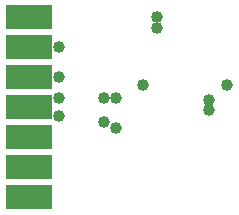
<source format=gbs>
G75*
%MOIN*%
%OFA0B0*%
%FSLAX25Y25*%
%IPPOS*%
%LPD*%
%AMOC8*
5,1,8,0,0,1.08239X$1,22.5*
%
%ADD10R,0.15800X0.08400*%
%ADD11C,0.03975*%
D10*
X0020500Y0006800D03*
X0020500Y0016800D03*
X0020500Y0026800D03*
X0020500Y0036800D03*
X0020500Y0046800D03*
X0020500Y0056800D03*
X0020500Y0066800D03*
D11*
X0030500Y0056800D03*
X0030500Y0046800D03*
X0030500Y0039800D03*
X0030500Y0033800D03*
X0045500Y0031800D03*
X0049500Y0029800D03*
X0049500Y0039800D03*
X0045500Y0039800D03*
X0058500Y0044300D03*
X0080500Y0039300D03*
X0080500Y0035800D03*
X0086500Y0044300D03*
X0063000Y0063300D03*
X0063000Y0066800D03*
M02*

</source>
